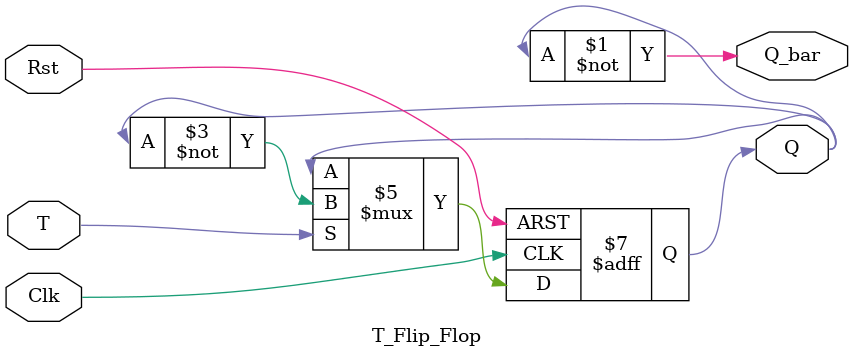
<source format=v>
`timescale 1ns / 1ps


module T_Flip_Flop(
    input T,
    input Clk,
    input Rst,
    output reg Q,
    output Q_bar
    );
    assign Q_bar = ~Q;
    always @(posedge Clk or posedge Rst)
    begin
    if(Rst)
    Q <= 0;
    else begin
    if(T)
    Q <= ~Q;
    else
    Q <= Q;
    end
    end
endmodule

</source>
